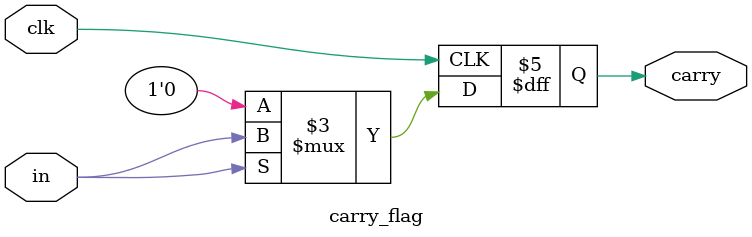
<source format=sv>
module carry_flag(
		input wire in,
		input wire clk,
		output reg carry
	);

	always @(posedge clk) begin
		if(in) begin
			carry <= in;
		end
		else begin
			carry <= 1'b0;
		end
	end
endmodule


</source>
